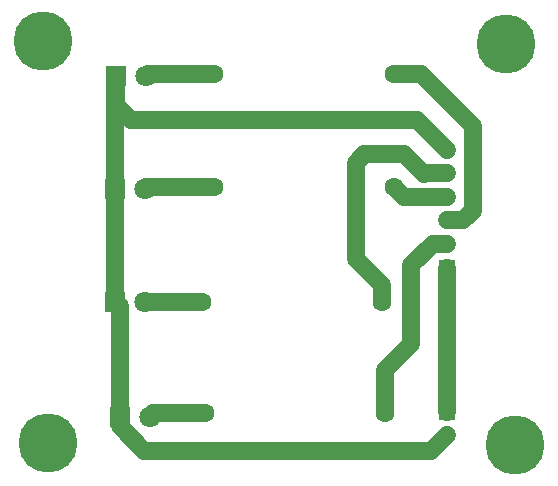
<source format=gbr>
%TF.GenerationSoftware,KiCad,Pcbnew,9.0.2*%
%TF.CreationDate,2025-12-15T21:59:35+00:00*%
%TF.ProjectId,simulador-semaforo,73696d75-6c61-4646-9f72-2d73656d6166,1.0*%
%TF.SameCoordinates,Original*%
%TF.FileFunction,Copper,L1,Top*%
%TF.FilePolarity,Positive*%
%FSLAX46Y46*%
G04 Gerber Fmt 4.6, Leading zero omitted, Abs format (unit mm)*
G04 Created by KiCad (PCBNEW 9.0.2) date 2025-12-15 21:59:35*
%MOMM*%
%LPD*%
G01*
G04 APERTURE LIST*
%TA.AperFunction,ComponentPad*%
%ADD10C,5.000000*%
%TD*%
%TA.AperFunction,ComponentPad*%
%ADD11C,1.600000*%
%TD*%
%TA.AperFunction,ComponentPad*%
%ADD12R,1.350000X1.350000*%
%TD*%
%TA.AperFunction,ComponentPad*%
%ADD13C,1.350000*%
%TD*%
%TA.AperFunction,ComponentPad*%
%ADD14R,1.800000X1.800000*%
%TD*%
%TA.AperFunction,ComponentPad*%
%ADD15C,1.800000*%
%TD*%
%TA.AperFunction,Conductor*%
%ADD16C,1.500000*%
%TD*%
G04 APERTURE END LIST*
D10*
%TO.P,PadPlaca4,1,1*%
%TO.N,unconnected-(PadPlaca4-Pad1)*%
X140100000Y-81100000D03*
%TD*%
%TO.P,PadPlaca3,1,1*%
%TO.N,unconnected-(PadPlaca3-Pad1)*%
X179700000Y-81300000D03*
%TD*%
%TO.P,PadPlaca2,1,1*%
%TO.N,unconnected-(PadPlaca2-Pad1)*%
X178900000Y-47400000D03*
%TD*%
%TO.P,PadPlaca1,1,1*%
%TO.N,unconnected-(PadPlaca1-Pad1)*%
X139700000Y-47100000D03*
%TD*%
D11*
%TO.P,R4,1*%
%TO.N,Net-(J1-Pin_2)*%
X168700000Y-78600000D03*
%TO.P,R4,2*%
%TO.N,Net-(D4-A)*%
X153460000Y-78600000D03*
%TD*%
%TO.P,R3,1*%
%TO.N,Net-(J1-Pin_3)*%
X169400000Y-49900000D03*
%TO.P,R3,2*%
%TO.N,Net-(D3-A)*%
X154160000Y-49900000D03*
%TD*%
%TO.P,R2,1*%
%TO.N,Net-(J1-Pin_4)*%
X169440000Y-59500000D03*
%TO.P,R2,2*%
%TO.N,Net-(D2-A)*%
X154200000Y-59500000D03*
%TD*%
%TO.P,R1,1*%
%TO.N,Net-(J1-Pin_5)*%
X168400000Y-69200000D03*
%TO.P,R1,2*%
%TO.N,Net-(D1-A)*%
X153160000Y-69200000D03*
%TD*%
D12*
%TO.P,LS1,1,1*%
%TO.N,Net-(J1-Pin_1)*%
X173900000Y-78500000D03*
D13*
%TO.P,LS1,2,2*%
%TO.N,GND*%
X173900000Y-80500000D03*
%TD*%
D12*
%TO.P,J1,1,Pin_1*%
%TO.N,Net-(J1-Pin_1)*%
X173900000Y-66300000D03*
D13*
%TO.P,J1,2,Pin_2*%
%TO.N,Net-(J1-Pin_2)*%
X173900000Y-64300000D03*
%TO.P,J1,3,Pin_3*%
%TO.N,Net-(J1-Pin_3)*%
X173900000Y-62300000D03*
%TO.P,J1,4,Pin_4*%
%TO.N,Net-(J1-Pin_4)*%
X173900000Y-60300000D03*
%TO.P,J1,5,Pin_5*%
%TO.N,Net-(J1-Pin_5)*%
X173900000Y-58300000D03*
%TO.P,J1,6,Pin_6*%
%TO.N,GND*%
X173900000Y-56300000D03*
%TD*%
D14*
%TO.P,D4,1,K*%
%TO.N,GND*%
X146200000Y-78900000D03*
D15*
%TO.P,D4,2,A*%
%TO.N,Net-(D4-A)*%
X148740000Y-78900000D03*
%TD*%
D14*
%TO.P,D3,1,K*%
%TO.N,GND*%
X145860000Y-50100000D03*
D15*
%TO.P,D3,2,A*%
%TO.N,Net-(D3-A)*%
X148400000Y-50100000D03*
%TD*%
D14*
%TO.P,D2,1,K*%
%TO.N,GND*%
X145825000Y-59600000D03*
D15*
%TO.P,D2,2,A*%
%TO.N,Net-(D2-A)*%
X148365000Y-59600000D03*
%TD*%
D14*
%TO.P,D1,1,K*%
%TO.N,GND*%
X145825000Y-69200000D03*
D15*
%TO.P,D1,2,A*%
%TO.N,Net-(D1-A)*%
X148365000Y-69200000D03*
%TD*%
D16*
%TO.N,GND*%
X171400000Y-53800000D02*
X173900000Y-56300000D01*
X147160000Y-53800000D02*
X171400000Y-53800000D01*
X145860000Y-52500000D02*
X147160000Y-53800000D01*
X145860000Y-50100000D02*
X145860000Y-52500000D01*
X145825000Y-50135000D02*
X145860000Y-50100000D01*
X145825000Y-59600000D02*
X145825000Y-50135000D01*
X145825000Y-69200000D02*
X145825000Y-59600000D01*
X146200000Y-78900000D02*
X146200000Y-69575000D01*
X146200000Y-69575000D02*
X145825000Y-69200000D01*
X148300000Y-81800000D02*
X146200000Y-79700000D01*
X172600000Y-81800000D02*
X148300000Y-81800000D01*
X146200000Y-79700000D02*
X146200000Y-78900000D01*
X173900000Y-80500000D02*
X172600000Y-81800000D01*
%TO.N,Net-(J1-Pin_1)*%
X173900000Y-66300000D02*
X173900000Y-78500000D01*
%TO.N,Net-(J1-Pin_3)*%
X171700000Y-49900000D02*
X169400000Y-49900000D01*
X176100000Y-54300000D02*
X171700000Y-49900000D01*
X175300000Y-62300000D02*
X176100000Y-61500000D01*
X176100000Y-61500000D02*
X176100000Y-54300000D01*
X173900000Y-62300000D02*
X175300000Y-62300000D01*
%TO.N,Net-(J1-Pin_4)*%
X170240000Y-60300000D02*
X169440000Y-59500000D01*
X173900000Y-60300000D02*
X170240000Y-60300000D01*
%TO.N,Net-(J1-Pin_5)*%
X172100000Y-58300000D02*
X173900000Y-58300000D01*
X172000000Y-58400000D02*
X172100000Y-58300000D01*
X170300000Y-56700000D02*
X172000000Y-58400000D01*
X166900000Y-56700000D02*
X170300000Y-56700000D01*
X166200000Y-57400000D02*
X166900000Y-56700000D01*
X166200000Y-65600000D02*
X166200000Y-57400000D01*
X168400000Y-67800000D02*
X166200000Y-65600000D01*
X168400000Y-69200000D02*
X168400000Y-67800000D01*
%TO.N,Net-(J1-Pin_2)*%
X172700000Y-64300000D02*
X173900000Y-64300000D01*
X170900000Y-72800000D02*
X170900000Y-66100000D01*
X170900000Y-66100000D02*
X172700000Y-64300000D01*
X168700000Y-75000000D02*
X170900000Y-72800000D01*
X168700000Y-78600000D02*
X168700000Y-75000000D01*
%TO.N,Net-(D4-A)*%
X149040000Y-78600000D02*
X148740000Y-78900000D01*
X153460000Y-78600000D02*
X149040000Y-78600000D01*
%TO.N,Net-(D1-A)*%
X153160000Y-69200000D02*
X148365000Y-69200000D01*
%TO.N,Net-(D2-A)*%
X148465000Y-59500000D02*
X148365000Y-59600000D01*
X154200000Y-59500000D02*
X148465000Y-59500000D01*
%TO.N,Net-(D3-A)*%
X154160000Y-49900000D02*
X148600000Y-49900000D01*
X148600000Y-49900000D02*
X148400000Y-50100000D01*
%TD*%
M02*

</source>
